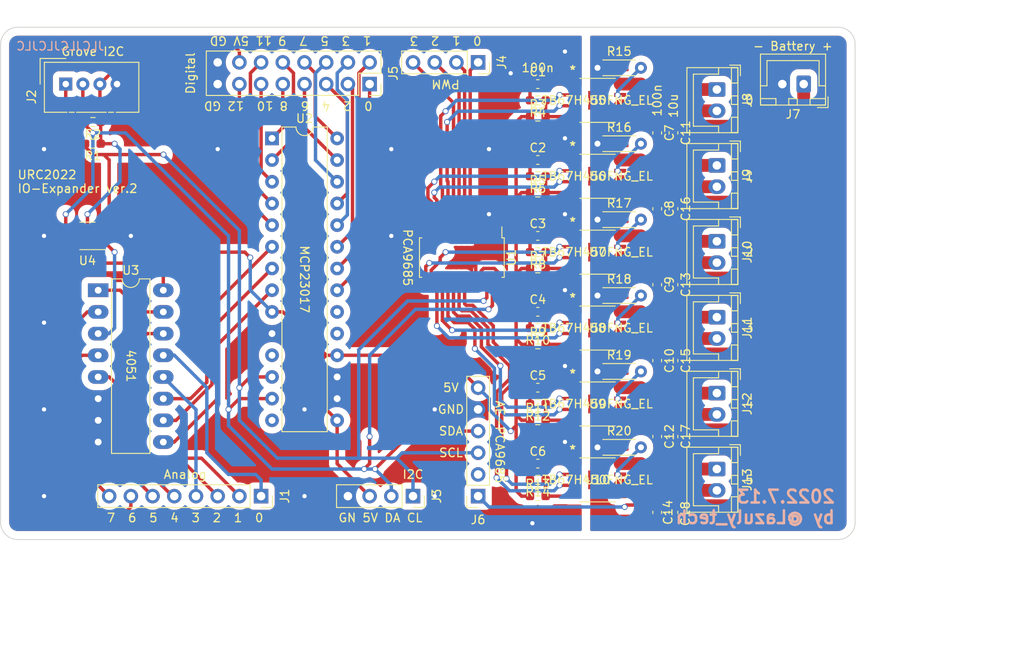
<source format=kicad_pcb>
(kicad_pcb (version 20211014) (generator pcbnew)
  (layers (0 "F.Cu" signal) (31 "B.Cu" signal) (34 "B.Paste" user) (35 "F.Paste" user) (36 "B.SilkS" user "B.Silkscreen") (37 "F.SilkS" user "F.Silkscreen") (38 "B.Mask" user) (39 "F.Mask" user) (44 "Edge.Cuts" user))
  (net 0 "")
  (net 1 "+5V")
  (net 2 "GND")
  (net 3 "+BATT")
  (net 4 "GND1")
  (net 5 "/SCL")
  (net 6 "/SDA")
  (net 7 "Net-(C1-Pad1)")
  (net 8 "Net-(C2-Pad1)")
  (net 9 "Net-(C3-Pad1)")
  (net 10 "Net-(C4-Pad1)")
  (net 11 "Net-(C5-Pad1)")
  (net 12 "Net-(C6-Pad1)")
  (net 13 "Net-(J1-Pad1)")
  (net 14 "Net-(J1-Pad2)")
  (net 15 "Net-(J1-Pad3)")
  (net 16 "Net-(J1-Pad4)")
  (net 17 "Net-(J1-Pad5)")
  (net 18 "Net-(J1-Pad6)")
  (net 19 "Net-(J1-Pad7)")
  (net 20 "Net-(J1-Pad8)")
  (net 21 "/DIO0")
  (net 22 "/DIO1")
  (net 23 "/DIO2")
  (net 24 "/DIO3")
  (net 25 "/DIO4")
  (net 26 "/DIO5")
  (net 27 "/DIO6")
  (net 28 "/DIO7")
  (net 29 "/DIO8")
  (net 30 "/DIO9")
  (net 31 "/DIO10")
  (net 32 "/DIO11")
  (net 33 "/DIO12")
  (net 34 "Net-(U1-Pad6)")
  (net 35 "Net-(U1-Pad7)")
  (net 36 "Net-(U1-Pad8)")
  (net 37 "Net-(U1-Pad9)")
  (net 39 "Net-(J8-Pad1)")
  (net 40 "/PWMA_1")
  (net 41 "/PWMB_1")
  (net 42 "/PWMA_2")
  (net 43 "/PWMB_2")
  (net 44 "/PWMA_3")
  (net 45 "/PWMB_3")
  (net 46 "Net-(U3-Pad3)")
  (net 47 "/4051_C")
  (net 48 "/4051_B")
  (net 49 "/4051_A")
  (net 50 "Net-(J8-Pad2)")
  (net 51 "Net-(J11-Pad1)")
  (net 52 "Net-(J11-Pad2)")
  (net 53 "Net-(R3-Pad2)")
  (net 54 "Net-(R5-Pad2)")
  (net 55 "Net-(R7-Pad2)")
  (net 56 "Net-(R10-Pad1)")
  (net 57 "Net-(R11-Pad2)")
  (net 58 "Net-(R13-Pad2)")
  (net 59 "Net-(R17-Pad2)")
  (net 60 "Net-(R18-Pad2)")
  (net 61 "Net-(R19-Pad2)")
  (net 62 "Net-(R20-Pad2)")
  (net 63 "/PWMA_4")
  (net 64 "/PWMB_4")
  (net 65 "/PWMA_5")
  (net 66 "/PWMB_5")
  (net 67 "/PWMA_6")
  (net 68 "/PWMB_6")
  (net 72 "Net-(J9-Pad1)")
  (net 73 "Net-(J9-Pad2)")
  (net 74 "Net-(J10-Pad1)")
  (net 75 "Net-(J10-Pad2)")
  (net 76 "Net-(J12-Pad1)")
  (net 77 "Net-(J12-Pad2)")
  (net 78 "Net-(J13-Pad1)")
  (net 79 "Net-(J13-Pad2)")
  (net 81 "Net-(R15-Pad2)")
  (net 82 "Net-(R16-Pad2)")
  (footprint "Resistor_SMD:R_0603_1608Metric_Pad0.98x0.95mm_HandSolder" (layer "F.Cu") (at 189.865 93.345 180)
    (fp_text reference "R8")
    (fp_text value "225")
  )
  (footprint "TB67H450FNG:TB67H450FNG" (layer "F.Cu") (at 196.85 93.345)
    (fp_text reference "U7")
    (fp_text value "TB67H450FNG_EL")
  )
  (footprint "Resistor_SMD:R_0603_1608Metric_Pad0.98x0.95mm_HandSolder" (layer "F.Cu") (at 137.795 80.645 180)
    (fp_text reference "R1")
    (fp_text value "10k")
  )
  (footprint "Package_DIP:DIP-16_W7.62mm_LongPads" (layer "F.Cu") (at 138.415 97.805)
    (fp_text reference "U3")
    (fp_text value "4051")
  )
  (footprint "Capacitor_SMD:C_0603_1608Metric_Pad1.08x0.95mm_HandSolder" (layer "F.Cu") (at 203.835 114.935 -90)
    (fp_text reference "C12")
    (fp_text value "0.1u")
  )
  (footprint "TB67H450FNG:TB67H450FNG" (layer "F.Cu") (at 196.85 111.125)
    (fp_text reference "U9")
    (fp_text value "TB67H450FNG_EL")
  )
  (footprint "Connector_JST:JST_XH_B2B-XH-A_1x02_P2.50mm_Vertical" (layer "F.Cu") (at 220.98 73.66 180)
    (fp_text reference "J7")
    (fp_text value "Conn_01x02")
  )
  (footprint "Resistor_SMD:R_0603_1608Metric_Pad0.98x0.95mm_HandSolder" (layer "F.Cu") (at 189.865 113.03)
    (fp_text reference "R11")
    (fp_text value "150")
  )
  (footprint "TB67H450FNG:TB67H450FNG" (layer "F.Cu") (at 196.85 120.015)
    (fp_text reference "U10")
    (fp_text value "TB67H450FNG_EL")
  )
  (footprint "Connector_JST:JST_XH_B2B-XH-A_1x02_P2.50mm_Vertical" (layer "F.Cu") (at 210.82 92.075 -90)
    (fp_text reference "J10")
    (fp_text value "Conn_01x02")
  )
  (footprint "Resistor_THT:R_Axial_DIN0204_L3.6mm_D1.6mm_P5.08mm_Horizontal" (layer "F.Cu") (at 196.85 80.645)
    (fp_text reference "R16")
    (fp_text value "0.51")
  )
  (footprint "Resistor_THT:R_Axial_DIN0204_L3.6mm_D1.6mm_P5.08mm_Horizontal" (layer "F.Cu") (at 196.85 71.755)
    (fp_text reference "R15")
    (fp_text value "0.51")
  )
  (footprint "Capacitor_SMD:C_0603_1608Metric_Pad1.08x0.95mm_HandSolder" (layer "F.Cu") (at 203.835 79.375 -90)
    (fp_text reference "C7")
    (fp_text value "0.1u")
  )
  (footprint "Resistor_SMD:R_0603_1608Metric_Pad0.98x0.95mm_HandSolder" (layer "F.Cu") (at 189.865 102.235 180)
    (fp_text reference "R10")
    (fp_text value "225")
  )
  (footprint "Capacitor_SMD:C_0603_1608Metric_Pad1.08x0.95mm_HandSolder" (layer "F.Cu") (at 203.835 123.825 -90)
    (fp_text reference "C14")
    (fp_text value "0.1u")
  )
  (footprint "Connector_PinSocket_2.54mm:PinSocket_1x04_P2.54mm_Vertical" (layer "F.Cu") (at 182.88 71.12 -90)
    (fp_text reference "J4")
    (fp_text value "Conn_01x04")
  )
  (footprint "TB67H450FNG:TB67H450FNG" (layer "F.Cu") (at 196.85 75.565)
    (fp_text reference "U5")
    (fp_text value "TB67H450FNG_EL")
  )
  (footprint "Resistor_THT:R_Axial_DIN0204_L3.6mm_D1.6mm_P5.08mm_Horizontal" (layer "F.Cu") (at 196.85 98.425)
    (fp_text reference "R18")
    (fp_text value "0.51")
  )
  (footprint "Resistor_SMD:R_0603_1608Metric_Pad0.98x0.95mm_HandSolder" (layer "F.Cu") (at 189.865 104.14)
    (fp_text reference "R9")
    (fp_text value "150")
  )
  (footprint "Connector_PinSocket_2.54mm:PinSocket_2x08_P2.54mm_Vertical" (layer "F.Cu") (at 170.18 73.66 -90)
    (fp_text reference "J5")
    (fp_text value "Conn_02x08_Odd_Even")
  )
  (footprint "Capacitor_SMD:C_0603_1608Metric_Pad1.08x0.95mm_HandSolder" (layer "F.Cu") (at 205.74 79.375 -90)
    (fp_text reference "C11")
    (fp_text value "10u")
  )
  (footprint "Connector_PinSocket_2.54mm:PinSocket_1x06_P2.54mm_Vertical" (layer "F.Cu") (at 182.88 121.92 180)
    (fp_text reference "J6")
    (fp_text value "AE-PCA")
  )
  (footprint "Resistor_SMD:R_0603_1608Metric_Pad0.98x0.95mm_HandSolder" (layer "F.Cu") (at 189.865 120.015 180)
    (fp_text reference "R14")
    (fp_text value "225")
  )
  (footprint "Resistor_SMD:R_0603_1608Metric_Pad0.98x0.95mm_HandSolder" (layer "F.Cu") (at 189.865 121.92)
    (fp_text reference "R13")
    (fp_text value "150")
  )
  (footprint "Capacitor_SMD:C_0603_1608Metric_Pad1.08x0.95mm_HandSolder" (layer "F.Cu") (at 189.865 73.66)
    (fp_text reference "C1")
    (fp_text value "0.1u")
  )
  (footprint "Resistor_THT:R_Axial_DIN0204_L3.6mm_D1.6mm_P5.08mm_Horizontal" (layer "F.Cu") (at 196.85 116.205)
    (fp_text reference "R20")
    (fp_text value "0.51")
  )
  (footprint "Package_SO:TSSOP-28_4.4x9.7mm_P0.65mm" (layer "F.Cu") (at 180.975 93.98 -90)
    (fp_text reference "U1")
    (fp_text value "PCA9685PW_0x40")
  )
  (footprint "Connector_JST:JST_XH_B2B-XH-A_1x02_P2.50mm_Vertical" (layer "F.Cu") (at 210.82 83.185 -90)
    (fp_text reference "J9")
    (fp_text value "Conn_01x02")
  )
  (footprint "Capacitor_SMD:C_0603_1608Metric_Pad1.08x0.95mm_HandSolder" (layer "F.Cu") (at 189.865 109.22)
    (fp_text reference "C5")
    (fp_text value "0.1u")
  )
  (footprint "Capacitor_SMD:C_0603_1608Metric_Pad1.08x0.95mm_HandSolder" (layer "F.Cu") (at 189.865 100.33)
    (fp_text reference "C4")
    (fp_text value "0.1u")
  )
  (footprint "Capacitor_SMD:C_0603_1608Metric_Pad1.08x0.95mm_HandSolder" (layer "F.Cu") (at 189.865 91.44)
    (fp_text reference "C3")
    (fp_text value "0.1u")
  )
  (footprint "TB67H450FNG:TB67H450FNG" (layer "F.Cu") (at 196.85 84.455)
    (fp_text reference "U6")
    (fp_text value "TB67H450FNG_EL")
  )
  (footprint "Resistor_SMD:R_0603_1608Metric_Pad0.98x0.95mm_HandSolder" (layer "F.Cu") (at 189.865 77.47)
    (fp_text reference "R3")
    (fp_text value "150")
  )
  (footprint "Resistor_THT:R_Axial_DIN0204_L3.6mm_D1.6mm_P5.08mm_Horizontal" (layer "F.Cu") (at 196.85 89.535)
    (fp_text reference "R17")
    (fp_text value "0.51")
  )
  (footprint "Resistor_THT:R_Axial_DIN0204_L3.6mm_D1.6mm_P5.08mm_Horizontal" (layer "F.Cu") (at 196.85 107.315)
    (fp_text reference "R19")
    (fp_text value "0.51")
  )
  (footprint "TB67H450FNG:TB67H450FNG" (layer "F.Cu") (at 196.85 102.235)
    (fp_text reference "U8")
    (fp_text value "TB67H450FNG_EL")
  )
  (footprint "Capacitor_SMD:C_0603_1608Metric_Pad1.08x0.95mm_HandSolder" (layer "F.Cu") (at 205.74 88.265 -90)
    (fp_text reference "C16")
    (fp_text value "10u")
  )
  (footprint "Connector_JST:JST_XH_B2B-XH-A_1x02_P2.50mm_Vertical" (layer "F.Cu") (at 210.82 74.295 -90)
    (fp_text reference "J8")
    (fp_text value "Conn_01x02")
  )
  (footprint "Package_DIP:DIP-28_W7.62mm" (layer "F.Cu") (at 158.76 80.02)
    (fp_text reference "U2")
    (fp_text value "MCP23017_0x21")
  )
  (footprint "Connector_JST:JST_XH_B2B-XH-A_1x02_P2.50mm_Vertical" (layer "F.Cu") (at 210.82 100.965 -90)
    (fp_text reference "J11")
    (fp_text value "Conn_01x02")
  )
  (footprint "Connector_JST:JST_XH_B2B-XH-A_1x02_P2.50mm_Vertical" (layer "F.Cu") (at 210.82 109.855 -90)
    (fp_text reference "J12")
    (fp_text value "Conn_01x02")
  )
  (footprint "Resistor_SMD:R_0603_1608Metric_Pad0.98x0.95mm_HandSolder" (layer "F.Cu") (at 189.865 75.565 180)
    (fp_text reference "R4")
    (fp_text value "225")
  )
  (footprint "Capacitor_SMD:C_0603_1608Metric_Pad1.08x0.95mm_HandSolder" (layer "F.Cu") (at 189.865 82.55)
    (fp_text reference "C2")
    (fp_text value "0.1u")
  )
  (footprint "Package_TO_SOT_SMD:SOT-23-6_Handsoldering" (layer "F.Cu") (at 137.16 91.44 180)
    (fp_text reference "U4")
    (fp_text value "MCP3425A0T-ECH")
  )
  (footprint "Capacitor_SMD:C_0603_1608Metric_Pad1.08x0.95mm_HandSolder" (layer "F.Cu") (at 205.74 106.045 -90)
    (fp_text reference "C15")
    (fp_text value "10u")
  )
  (footprint "Connector_PinSocket_2.54mm:PinSocket_1x04_P2.54mm_Vertical" (layer "F.Cu") (at 175.26 121.92 -90)
    (fp_text reference "J3")
    (fp_text value "Conn_01x04")
  )
  (footprint "Capacitor_SMD:C_0603_1608Metric_Pad1.08x0.95mm_HandSolder" (layer "F.Cu") (at 203.835 97.155 -90)
    (fp_text reference "C9")
    (fp_text value "0.1u")
  )
  (footprint "Capacitor_SMD:C_0603_1608Metric_Pad1.08x0.95mm_HandSolder" (layer "F.Cu") (at 203.835 88.265 -90)
    (fp_text reference "C8")
    (fp_text value "0.1u")
  )
  (footprint "Connector_JST:JST_XH_B2B-XH-A_1x02_P2.50mm_Vertical" (layer "F.Cu") (at 210.82 118.745 -90)
    (fp_text reference "J13")
    (fp_text value "Conn_01x02")
  )
  (footprint "Connector:NS-Tech_Grove_1x04_P2mm_Vertical" (layer "F.Cu") (at 134.62 73.66 90)
    (fp_text reference "J2")
    (fp_text value "Conn_01x04")
  )
  (footprint "Capacitor_SMD:C_0603_1608Metric_Pad1.08x0.95mm_HandSolder" (layer "F.Cu") (at 203.835 106.045 -90)
    (fp_text reference "C10")
    (fp_text value "0.1u")
  )
  (footprint "Resistor_SMD:R_0603_1608Metric_Pad0.98x0.95mm_HandSolder" (layer "F.Cu") (at 189.865 84.455 180)
    (fp_text reference "R6")
    (fp_text value "225")
  )
  (footprint "Resistor_SMD:R_0603_1608Metric_Pad0.98x0.95mm_HandSolder" (layer "F.Cu") (at 189.865 86.36)
    (fp_text reference "R5")
    (fp_text value "150")
  )
  (footprint "Capacitor_SMD:C_0603_1608Metric_Pad1.08x0.95mm_HandSolder" (layer "F.Cu") (at 205.74 97.155 -90)
    (fp_text reference "C13")
    (fp_text value "10u")
  )
  (footprint "Resistor_SMD:R_0603_1608Metric_Pad0.98x0.95mm_HandSolder" (layer "F.Cu") (at 137.795 78.105 180)
    (fp_text reference "R2")
    (fp_text value "10k")
  )
  (footprint "Connector_PinSocket_2.54mm:PinSocket_1x08_P2.54mm_Vertical" (layer "F.Cu") (at 157.48 121.92 -90)
    (fp_text reference "J1")
    (fp_text value "Analog_IN")
  )
  (footprint "Capacitor_SMD:C_0603_1608Metric_Pad1.08x0.95mm_HandSolder" (layer "F.Cu") (at 189.865 118.11)
    (fp_text reference "C6")
    (fp_text value "0.1u")
  )
  (footprint "Capacitor_SMD:C_0603_1608Metric_Pad1.08x0.95mm_HandSolder" (layer "F.Cu") (at 205.74 114.935 -90)
    (fp_text reference "C17")
    (fp_text value "10u")
  )
  (footprint "Resistor_SMD:R_0603_1608Metric_Pad0.98x0.95mm_HandSolder" (layer "F.Cu") (at 189.865 111.125 180)
    (fp_text reference "R12")
    (fp_text value "225")
  )
  (footprint "Resistor_SMD:R_0603_1608Metric_Pad0.98x0.95mm_HandSolder" (layer "F.Cu") (at 189.865 95.25)
    (fp_text reference "R7")
    (fp_text value "150")
  )
  (footprint "Capacitor_SMD:C_0603_1608Metric_Pad1.08x0.95mm_HandSolder" (layer "F.Cu") (at 205.74 123.825 -90)
    (fp_text reference "C18")
    (fp_text value "10u")
  )
  (gr_arc (start 227 125) (mid 226.414214 126.414214) (end 225 127) (layer "Edge.Cuts") (width 0.1))
  (gr_line (start 227 125) (end 227 69) (layer "Edge.Cuts") (width 0.1))
  (gr_arc (start 225 67) (mid 226.414214 67.585786) (end 227 69) (layer "Edge.Cuts") (width 0.1))
  (gr_line (start 127 69) (end 127 125) (layer "Edge.Cuts") (width 0.1))
  (gr_arc (start 127 69) (mid 127.585786 67.585786) (end 129 67) (layer "Edge.Cuts") (width 0.1))
  (gr_line (start 225 67) (end 129 67) (layer "Edge.Cuts") (width 0.1))
  (gr_arc (start 129 127) (mid 127.585786 126.414214) (end 127 125) (layer "Edge.Cuts") (width 0.1))
  (gr_line (start 129 127) (end 225 127) (layer "Edge.Cuts") (width 0.1))
  (gr_text "JLCJLCJLCJLC" (at 133.985 69.215) (layer "B.SilkS") (effects (font (size 1 1)) (justify mirror)))
  (gr_text "2022.7.13\nby @Lazuly_tech" (at 224.79 123.19) (layer "B.SilkS") (effects (font (size 1.5 1.5) (thickness 0.3)) (justify left mirror)))
  (gr_text "URC2022\nIO-Expander ver.2" (at 128.905 85.09) (layer "F.SilkS") (effects (font (size 1 1)) (justify left)))
  (gr_text "5" (at 214.63 120.015) (layer "F.SilkS") (effects (font (size 1 1))))
  (gr_text "AE-PCA9685" (at 185.42 115.57 270) (layer "F.SilkS") (effects (font (size 1 1))))
  (gr_text "PWM" (at 179.07 73.66 180) (layer "F.SilkS") (effects (font (size 1 1))))
  (gr_text "Grove I2C" (at 137.795 69.85) (layer "F.SilkS") (effects (font (size 1 1))))
  (gr_text "7  6  5  4  3  2  1  0" (at 148.59 124.46) (layer "F.SilkS") (effects (font (size 1 1))))
  (gr_text "GN 5V DA CL" (at 171.45 124.46) (layer "F.SilkS") (effects (font (size 1 1))))
  (gr_text "Analog" (at 148.59 119.38) (layer "F.SilkS") (effects (font (size 1 1))))
  (gr_text "100n" (at 203.835 75.565 90) (layer "F.SilkS") (effects (font (size 1 1))))
  (gr_text "4" (at 214.63 111.125) (layer "F.SilkS") (effects (font (size 1 1))))
  (gr_text "10u" (at 205.74 76.2 90) (layer "F.SilkS") (effects (font (size 1 1))))
  (gr_text "PCA9685" (at 174.625 93.98 270) (layer "F.SilkS") (effects (font (size 1 1))))
  (gr_text "Digital" (at 149.225 72.39 90) (layer "F.SilkS") (effects (font (size 1 1))))
  (gr_text "100n" (at 189.865 71.755) (layer "F.SilkS") (effects (font (size 1 1))))
  (gr_text "0  1  2  3" (at 179.07 68.58 180) (layer "F.SilkS") (effects (font (size 1 1))))
  (gr_text "2" (at 214.63 93.345) (layer "F.SilkS") (effects (font (size 1 1))))
  (gr_text "- Battery +" (at 219.71 69.215) (layer "F.SilkS") (effects (font (size 1 1))))
  (gr_text "0  2  4  6  8 10  12 GD" (at 160.655 76.2 180) (layer "F.SilkS") (effects (font (size 1 1))))
  (gr_text "SDA" (at 179.705 114.3) (layer "F.SilkS") (effects (font (size 1 1))))
  (gr_text "4051" (at 142.24 106.68 270) (layer "F.SilkS") (effects (font (size 1 1))))
  (gr_text "SCL" (at 179.705 116.84) (layer "F.SilkS") (effects (font (size 1 1))))
  (gr_text "5V" (at 179.705 109.22) (layer "F.SilkS") (effects (font (size 1 1))))
  (gr_text " 1  3  5  7  9 11 5V GD" (at 161.29 68.58 180) (layer "F.SilkS") (effects (font (size 1 1))))
  (gr_text "I2C" (at 175.26 119.38) (layer "F.SilkS") (effects (font (size 1 1))))
  (gr_text "MCP23017" (at 162.56 96.52 270) (layer "F.SilkS") (effects (font (size 1 1))))
  (gr_text "GND" (at 179.705 111.76) (layer "F.SilkS") (effects (font (size 1 1))))
  (gr_text "0" (at 214.63 75.565) (layer "F.SilkS") (effects (font (size 1 1))))
  (gr_text "1" (at 214.63 84.455) (layer "F.SilkS") (effects (font (size 1 1))))
  (gr_text "3" (at 214.63 102.235) (layer "F.SilkS") (effects (font (size 1 1))))
  (segment (start 187.96 95.25) (end 187.325 95.885) (width 0.4) (layer "F.Cu") (net 1))
  (segment (start 188.9525 121.92) (end 187.96 121.92) (width 0.4) (layer "F.Cu") (net 1))
  (segment (start 154.94 69.85) (end 154.94 71.12) (width 0.4) (layer "F.Cu") (net 1))
  (segment (start 183.25 96.8425) (end 183.25 95.515) (width 0.4) (layer "F.Cu") (net 1))
  (segment (start 158.76 100.34) (end 160.03 100.34) (width 0.4) (layer "F.Cu") (net 1))
  (segment (start 138.7075 80.645) (end 140.335 80.645) (width 0.4) (layer "F.Cu") (net 1))
  (segment (start 187.96 113.03) (end 187.325 112.395) (width 0.4) (layer "F.Cu") (net 1))
  (segment (start 143.065 69.215) (end 154.305 69.215) (width 0.4) (layer "F.Cu") (net 1))
  (segment (start 187.325 103.505) (end 187.325 96.52) (width 0.4) (layer "F.Cu") (net 1))
  (segment (start 188.9525 104.14) (end 187.96 104.14) (width 0.4) (layer "F.Cu") (net 1))
  (segment (start 187.325 95.885) (end 187.325 86.995) (width 0.4) (layer "F.Cu") (net 1))
  (segment (start 187.325 112.395) (end 187.325 109.22) (width 0.4) (layer "F.Cu") (net 1))
  (segment (start 187.325 96.52) (end 187.325 95.885) (width 0.4) (layer "F.Cu") (net 1))
  (segment (start 187.325 121.285) (end 187.325 113.665) (width 0.4) (layer "F.Cu") (net 1))
  (segment (start 170.18 121.92) (end 166.38 118.12) (width 0.4) (layer "F.Cu") (net 1))
  (segment (start 188.9525 113.03) (end 187.96 113.03) (width 0.4) (layer "F.Cu") (net 1))
  (segment (start 185.2 95.665) (end 185.2 96.8425) (width 0.4) (layer "F.Cu") (net 1))
  (segment (start 146.035 94.63) (end 138.445 94.63) (width 0.4) (layer "F.Cu") (net 1))
  (segment (start 138.445 94.63) (end 136.989511 93.174511) (width 0.4) (layer "F.Cu") (net 1))
  (segment (start 186.69 114.3) (end 187.325 113.665) (width 0.4) (layer "F.Cu") (net 1))
  (segment (start 187.325 78.105) (end 187.96 77.47) (width 0.4) (layer "F.Cu") (net 1))
  (segment (start 187.96 104.14) (end 187.325 103.505) (width 0.4) (layer "F.Cu") (net 1))
  (segment (start 188.9525 86.36) (end 187.96 86.36) (width 0.4) (layer "F.Cu") (net 1))
  (segment (start 138.62 73.66) (end 143.065 69.215) (width 0.4) (layer "F.Cu") (net 1))
  (segment (start 187.325 109.22) (end 187.76204 108.78296) (width 0.4) (layer "F.Cu") (net 1))
  (segment (start 187.96 121.92) (end 187.325 121.285) (width 0.4) (layer "F.Cu") (net 1))
  (segment (start 188.9525 95.25) (end 187.96 95.25) (width 0.4) (layer "F.Cu") (net 1))
  (segment (start 155.575 93.345) (end 147.32 93.345) (width 0.4) (layer "F.Cu") (net 1))
  (segment (start 187.325 86.995) (end 187.325 78.105) (width 0.4) (layer "F.Cu") (net 1))
  (segment (start 156.21 93.98) (end 155.575 93.345) (width 0.4) (layer "F.Cu") (net 1))
  (segment (start 147.32 93.345) (end 146.035 94.63) (width 0.4) (layer "F.Cu") (net 1))
  (segment (start 137.16 88.9) (end 137.16 91.495) (width 0.4) (layer "F.Cu") (net 1))
  (segment (start 146.035 94.63) (end 146.035 97.805) (width 0.4) (layer "F.Cu") (net 1))
  (segment (start 187.96 86.36) (end 187.325 86.995) (width 0.4) (layer "F.Cu") (net 1))
  (segment (start 183.515 95.25) (end 184.785 95.25) (width 0.4) (layer "F.Cu") (net 1))
  (segment (start 187.325 113.665) (end 187.325 112.395) (width 0.4) (layer "F.Cu") (net 1))
  (segment (start 187.96 77.47) (end 188.9525 77.47) (width 0.4) (layer "F.Cu") (net 1))
  (segment (start 187.325 105.41) (end 187.325 103.505) (width 0.4) (layer "F.Cu") (net 1))
  (segment (start 154.305 69.215) (end 154.94 69.85) (width 0.4) (layer "F.Cu") (net 1))
  (segment (start 166.38 118.12) (end 166.38 113.04) (width 0.4) (layer "F.Cu") (net 1))
  (segment (start 179.08 105.42) (end 182.88 109.22) (width 0.4) (layer "F.Cu") (net 1))
  (segment (start 136.764022 91.44) (end 135.81 91.44) (width 0.4) (layer "F.Cu") (net 1))
  (segment (start 137.16 91.495) (end 136.989511 91.665489) (width 0.4) (layer "F.Cu") (net 1))
  (segment (start 138.7075 78.105) (end 138.7075 80.645) (width 0.4) (layer "F.Cu") (net 1))
  (segment (start 165.11 105.42) (end 164.465 106.065) (width 0.4) (layer "F.Cu") (net 1))
  (segment (start 138.62 73.66) (end 138.62 78.0175) (width 0.4) (layer "F.Cu") (net 1))
  (segment (start 185.2 96.8425) (end 187.0025 96.8425) (width 0.4) (layer "F.Cu") (net 1))
  (segment (start 164.465 111.125) (end 166.38 113.04) (width 0.4) (layer "F.Cu") (net 1))
  (segment (start 138.62 78.0175) (end 138.7075 78.105) (width 0.4) (layer "F.Cu") (net 1))
  (segment (start 166.38 105.42) (end 179.08 105.42) (width 0.4) (layer "F.Cu") (net 1))
  (segment (start 160.03 100.34) (end 165.11 105.42) (width 0.4) (layer "F.Cu") (net 1))
  (segment (start 187.76204 108.78296) (end 187.76204 105.84704) (width 0.4) (layer "F.Cu") (net 1))
  (segment (start 164.465 106.065) (end 164.465 111.125) (width 0.4) (layer "F.Cu") (net 1))
  (segment (start 184.785 95.25) (end 185.2 95.665) (width 0.4) (layer "F.Cu") (net 1))
  (segment (start 136.989511 91.665489) (end 136.764022 91.44) (width 0.4) (layer "F.Cu") (net 1))
  (segment (start 187.0025 96.8425) (end 187.325 96.52) (width 0.4) (layer "F.Cu") (net 1))
  (segment (start 136.989511 93.174511) (end 136.989511 91.665489) (width 0.4) (layer "F.Cu") (net 1))
  (segment (start 183.25 95.515) (end 183.515 95.25) (width 0.4) (layer "F.Cu") (net 1))
  (segment (start 187.76204 105.84704) (end 187.325 105.41) (width 0.4) (layer "F.Cu") (net 1))
  (segment (start 165.11 105.42) (end 166.38 105.42) (width 0.4) (layer "F.Cu") (net 1))
  (via (at 140.335 80.645) (size 0.7) (drill 0.5) (layers "F.Cu" "B.Cu") (net 1))
  (via (at 186.69 114.3) (size 0.7) (drill 0.5) (layers "F.Cu" "B.Cu") (net 1))
  (via (at 137.16 88.9) (size 0.7) (drill 0.5) (layers "F.Cu" "B.Cu") (net 1))
  (via (at 156.21 93.98) (size 0.7) (drill 0.5) (layers "F.Cu" "B.Cu") (net 1))
  (segment (start 182.88 109.22) (end 184.18548 110.52548) (width 0.4) (layer "B.Cu") (net 1))
  (segment (start 140.335 80.645) (end 140.97 81.28) (width 0.4) (layer "B.Cu") (net 1))
  (segment (start 184.18548 110.52548) (end 184.18548 111.79548) (width 0.4) (layer "B.Cu") (net 1))
  (segment (start 184.18548 111.79548) (end 186.69 114.3) (width 0.4) (layer "B.Cu") (net 1))
  (segment (start 140.97 81.28) (end 140.97 85.09) (width 0.4) (layer "B.Cu") (net 1))
  (segment (start 140.97 85.09) (end 137.16 88.9) (width 0.4) (layer "B.Cu") (net 1))
  (segment (start 158.76 100.34) (end 156.21 97.79) (width 0.4) (layer "B.Cu") (net 1))
  (segment (start 156.21 97.79) (end 156.21 93.98) (width 0.4) (layer "B.Cu") (net 1))
  (segment (start 181.95 96.8425) (end 182.6 96.8425) (width 0.4) (layer "F.Cu") (net 2))
  (segment (start 182.6 96.8425) (end 182.6 91.1175) (width 0.4) (layer "F.Cu") (net 2))
  (segment (start 138.51 91.44) (end 142.24 91.44) (width 0.4) (layer "F.Cu") (net 2))
  (segment (start 176.75 91.1175) (end 176.75 90.39) (width 0.4) (layer "F.Cu") (net 2))
  (segment (start 194.197201 109.22) (end 190.7275 109.22) (width 0.4) (layer "F.Cu") (net 2))
  (segment (start 176.53 90.17) (end 173.99 90.17) (width 0.4) (layer "F.Cu") (net 2))
  (segment (start 135.81 92.39) (end 133.03 92.39) (width 0.4) (layer "F.Cu") (net 2))
  (segment (start 176.75 90.39) (end 176.53 90.17) (width 0.4) (layer "F.Cu") (net 2))
  (segment (start 133.03 92.39) (end 132.08 91.44) (width 0.4) (layer "F.Cu") (net 2))
  (segment (start 194.197201 73.66) (end 190.7275 73.66) (width 0.4) (layer "F.Cu") (net 2))
  (segment (start 173.99 90.17) (end 172.72 91.44) (width 0.4) (layer "F.Cu") (net 2))
  (segment (start 194.197201 100.33) (end 190.7275 100.33) (width 0.4) (layer "F.Cu") (net 2))
  (segment (start 194.197201 118.11) (end 190.7275 118.11) (width 0.4) (layer "F.Cu") (net 2))
  (segment (start 194.197201 91.44) (end 190.7275 91.44) (width 0.4) (layer "F.Cu") (net 2))
  (segment (start 183.25 91.1175) (end 182.6 91.1175) (width 0.4) (layer "F.Cu") (net 2))
  (segment (start 194.197201 82.55) (end 190.7275 82.55) (width 0.4) (layer "F.Cu") (net 2))
  (via (at 186.69 72.39) (size 0.7) (drill 0.5) (layers "F.Cu" "B.Cu") (net 2))
  (via (at 152.4 81.28) (size 0.7) (drill 0.5) (layers "F.Cu" "B.Cu") (net 2))
  (via (at 132.08 81.28) (size 0.7) (drill 0.5) (layers "F.Cu" "B.Cu") (net 2))
  (via (at 177.8 121.92) (size 0.7) (drill 0.5) (layers "F.Cu" "B.Cu") (net 2))
  (via (at 132.08 121.92) (size 0.7) (drill 0.5) (layers "F.Cu" "B.Cu") (net 2))
  (via (at 132.08 101.6) (size 0.7) (drill 0.5) (layers "F.Cu" "B.Cu") (net 2))
  (via (at 193.04 80.01) (size 0.7) (drill 0.5) (layers "F.Cu" "B.Cu") (net 2))
  (via (at 193.04 115.57) (size 0.7) (drill 0.5) (layers "F.Cu" "B.Cu") (net 2))
  (via (at 193.04 88.9) (size 0.7) (drill 0.5) (layers "F.Cu" "B.Cu") (net 2))
  (via (at 184.15 81.28) (size 0.7) (drill 0.5) (layers "F.Cu" "B.Cu") (net 2))
  (via (at 184.15 88.9) (size 0.7) (drill 0.5) (layers "F.Cu" "B.Cu") (net 2))
  (via (at 132.08 111.76) (size 0.7) (drill 0.5) (layers "F.Cu" "B.Cu") (net 2))
  (via (at 193.04 69.85) (size 0.7) (drill 0.5) (layers "F.Cu" "B.Cu") (net 2))
  (via (at 193.04 106.68) (size 0.7) (drill 0.5) (layers "F.Cu" "B.Cu") (net 2))
  (via (at 177.8 111.76) (size 0.7) (drill 0.5) (layers "F.Cu" "B.Cu") (net 2))
  (via (at 189.23 125.095) (size 0.7) (drill 0.5) (layers "F.Cu" "B.Cu") (net 2))
  (via (at 172.72 81.28) (size 0.7) (drill 0.5) (layers "F.Cu" "B.Cu") (net 2))
  (via (at 193.04 97.79) (size 0.7) (drill 0.5) (layers "F.Cu" "B.Cu") (net 2))
  (via (at 162.56 121.92) (size 0.7) (drill 0.5) (layers "F.Cu" "B.Cu") (net 2))
  (via (at 162.56 111.76) (size 0.7) (drill 0.5) (layers "F.Cu" "B.Cu") (net 2))
  (via (at 142.24 91.44) (size 0.7) (drill 0.5) (layers "F.Cu" "B.Cu") (net 2))
  (via (at 132.08 91.44) (size 0.7) (drill 0.5) (layers "F.Cu" "B.Cu") (net 2))
  (via (at 172.72 91.44) (size 0.7) (drill 0.5) (layers "F.Cu" "B.Cu") (net 2))
  (segment (start 219.22048 87.48452) (end 203.91702 87.48452) (width 1.5) (layer "F.Cu") (net 3))
  (segment (start 199.502799 95.25) (end 202.7925 95.25) (width 0.4) (layer "F.Cu") (net 3))
  (segment (start 219.22048 96.37452) (end 205.82202 96.37452) (width 1.5) (layer "F.Cu") (net 3))
  (segment (start 199.502799 113.03) (end 202.7925 113.03) (width 0.4) (layer "F.Cu") (net 3))
  (segment (start 205.74 87.4025) (end 219.3025 87.4025) (width 1.2) (layer "F.Cu") (net 3))
  (segment (start 203.835 96.2925) (end 205.74 96.2925) (width 1.2) (layer "F.Cu") (net 3))
  (segment (start 219.22048 78.59452) (end 203.91702 78.59452) (width 1.5) (layer "F.Cu") (net 3))
  (segment (start 220.98 121.285) (end 220.98 73.66) (width 1.5) (layer "F.Cu") (net 3))
  (segment (start 202.7925 113.03) (end 203.835 114.0725) (width 0.4) (layer "F.Cu") (net 3))
  (segment (start 200.2525 122.9625) (end 200.025 123.19) (width 0.4) (layer "F.Cu") (net 3))
  (segment (start 199.502799 77.47) (end 202.7925 77.47) (width 0.4) (layer "F.Cu") (net 3))
  (segment (start 202.7925 121.92) (end 203.835 122.9625) (width 0.4) (layer "F.Cu") (net 3))
  (segment (start 219.3025 87.4025) (end 220.98 85.725) (width 1.2) (layer "F.Cu") (net 3))
  (segment (start 219.22048 123.04452) (end 205.82202 123.04452) (width 1.5) (layer "F.Cu") (net 3))
  (segment (start 220.98 103.505) (end 219.22048 105.26452) (width 1.5) (layer "F.Cu") (net 3))
  (segment (start 203.835 105.1825) (end 205.74 105.1825) (width 1.2) (layer "F.Cu") (net 3))
  (segment (start 203.835 78.5125) (end 205.74 78.5125) (width 1.2) (layer "F.Cu") (net 3))
  (segment (start 220.98 76.835) (end 219.22048 78.59452) (width 1.5) (layer "F.Cu") (net 3))
  (segment (start 203.835 122.9625) (end 205.74 122.9625) (width 1.2) (layer "F.Cu") (net 3))
  (segment (start 203.91702 87.48452) (end 203.835 87.4025) (width 1.5) (layer "F.Cu") (net 3))
  (segment (start 205.82202 105.26452) (end 205.74 105.1825) (width 1.5) (layer "F.Cu") (net 3))
  (segment (start 220.98 112.395) (end 219.22048 114.15452) (width 1.5) (layer "F.Cu") (net 3))
  (segment (start 205.82202 96.37452) (end 205.74 96.2925) (width 1.5) (layer "F.Cu") (net 3))
  (segment (start 199.502799 86.36) (end 202.7925 86.36) (width 0.4) (layer "F.Cu") (net 3))
  (segment (start 199.502799 104.14) (end 202.7925 104.14) (width 0.4) (layer "F.Cu") (net 3))
  (segment (start 220.98 121.285) (end 219.22048 123.04452) (width 1.5) (layer "F.Cu") (net 3))
  (segment (start 203.835 114.0725) (end 205.74 114.0725) (width 1.2) (layer "F.Cu") (net 3))
  (segment (start 219.3025 78.5125) (end 220.98 76.835) (width 1.2) (layer "F.Cu") (net 3))
  (segment (start 199.502799 121.92) (end 202.7925 121.92) (width 0.4) (layer "F.Cu") (net 3))
  (segment (start 203.91702 78.59452) (end 203.835 78.5125) (width 1.5) (layer "F.Cu") (net 3))
  (segment (start 202.7925 86.36) (end 203.835 87.4025) (width 0.4) (layer "F.Cu") (net 3))
  (segment (start 220.98 85.725) (end 219.22048 87.48452) (width 1.5) (layer "F.Cu") (net 3))
  (segment (start 220.98 94.615) (end 219.22048 96.37452) (width 1.5) (layer "F.Cu") (net 3))
  (segment (start 205.82202 114.15452) (end 205.74 114.0725) (width 1.5) (layer "F.Cu") (net 3))
  (segment (start 202.7925 77.47) (end 203.835 78.5125) (width 0.4) (layer "F.Cu") (net 3))
  (segment (start 203.835 122.9625) (end 200.2525 122.9625) (width 0.4) (layer "F.Cu") (net 3))
  (segment (start 202.7925 95.25) (end 203.835 96.2925) (width 0.4) (layer "F.Cu") (net 3))
  (segment (start 205.74 78.5125) (end 219.3025 78.5125) (width 1.2) (layer "F.Cu") (net 3))
  (segment (start 203.835 87.4025) (end 205.74 87.4025) (width 1.2) (layer "F.Cu") (net 3))
  (segment (start 219.22048 105.26452) (end 205.82202 105.26452) (width 1.5) (layer "F.Cu") (net 3))
  (segment (start 202.7925 104.14) (end 203.835 105.1825) (width 0.4) (layer "F.Cu") (net 3))
  (segment (start 205.82202 123.04452) (end 205.74 122.9625) (width 1.5) (layer "F.Cu") (net 3))
  (segment (start 219.22048 114.15452) (end 205.82202 114.15452) (width 1.5) (layer "F.Cu") (net 3))
  (via (at 200.025 123.19) (size 0.7) (drill 0.5) (layers "F.Cu" "B.Cu") (net 3))
  (segment (start 184.15 123.19) (end 182.88 121.92) (width 0.4) (layer "B.Cu") (net 3))
  (segment (start 200.025 123.19) (end 184.15 123.19) (width 0.4) (layer "B.Cu") (net 3))
  (segment (start 202.3375 114.3) (end 198.12 114.3) (width 0.4) (layer "F.Cu") (net 4))
  (segment (start 205.74 124.6875) (end 203.835 124.6875) (width 1.2) (layer "F.Cu") (net 4))
  (segment (start 203.835 106.9075) (end 202.3375 105.41) (width 0.4) (layer "F.Cu") (net 4))
  (segment (start 202.3375 78.74) (end 198.12 78.74) (width 0.4) (layer "F.Cu") (net 4))
  (segment (start 203.835 98.0175) (end 202.3375 96.52) (width 0.4) (layer "F.Cu") (net 4))
  (segment (start 198.12 114.3) (end 196.85 115.57) (width 0.4) (layer "F.Cu") (net 4))
  (segment (start 203.835 80.2375) (end 202.3375 78.74) (width 0.4) (layer "F.Cu") (net 4))
  (segment (start 218.48 72.43) (end 218.48 73.66) (width 1.5) (layer "F.Cu") (net 4))
  (segment (start 198.3475 124.6875) (end 196.85 123.19) (width 1.2) (layer "F.Cu") (net 4))
  (segment (start 198.12 96.52) (end 196.85 97.79) (width 0.4) (layer "F.Cu") (net 4))
  (segment (start 196.85 115.57) (end 196.85 120.015) (width 1.5) (layer "F.Cu") (net 4))
  (segment (start 198.12 78.74) (end 196.85 80.01) (width 0.4) (layer "F.Cu") (net 4))
  (segment (start 203.835 89.1275) (end 202.3375 87.63) (width 0.4) (layer "F.Cu") (net 4))
  (segment (start 198.12 87.63) (end 196.85 88.9) (width 0.4) (layer "F.Cu") (net 4))
  (segment (start 202.3375 96.52) (end 198.12 96.52) (width 0.4) (layer "F.Cu") (net 4))
  (segment (start 198.12 105.41) (end 196.85 106.68) (width 0.4) (layer "F.Cu") (net 4))
  (segment (start 203.835 115.7975) (end 202.3375 114.3) (width 0.4) (layer "F.Cu") (net 4))
  (segment (start 196.85 71.755) (end 199.39 69.215) (width 1.5) (layer "F.Cu") (net 4))
  (segment (start 203.835 124.6875) (end 198.3475 124.6875) (width 1.2) (layer "F.Cu") (net 4))
  (segment (start 202.3375 105.41) (end 198.12 105.41) (width 0.4) (layer "F.Cu") (net 4))
  (segment (start 215.265 69.215) (end 218.48 72.43) (width 1.5) (layer "F.Cu") (net 4))
  (segment (start 202.3375 87.63) (end 198.12 87.63) (width 0.4) (layer "F.Cu") (net 4))
  (segment (start 199.39 69.215) (end 215.265 69.215) (width 1.5) (layer "F.Cu") (net 4))
  (segment (start 196.85 123.19) (end 196.85 120.015) (width 1.2) (layer "F.Cu") (net 4))
  (segment (start 196.85 71.755) (end 196.85 115.57) (width 1.5) (layer "F.Cu") (net 4))
  (segment (start 183.9 98.675) (end 183.515 99.06) (width 0.4) (layer "F.Cu") (net 5))
  (segment (start 183.9 96.8425) (end 183.9 98.675) (width 0.4) (layer "F.Cu") (net 5))
  (segment (start 156.2 107.96) (end 154.94 109.22) (width 0.4) (layer "F.Cu") (net 5))
  (segment (start 134.62 80.01) (end 135.255 80.645) (width 0.4) (layer "F.Cu") (net 5))
  (segment (start 134.62 73.66) (end 134.62 80.01) (width 0.4) (layer "F.Cu") (net 5))
  (segment (start 139.065 81.915) (end 137.795 81.915) (width 0.4) (layer "F.Cu") (net 5))
  (segment (start 139.7 90.17) (end 139.7 82.55) (width 0.4) (layer "F.Cu") (net 5))
  (segment (start 137.795 81.915) (end 136.8825 81.0025) (width 0.4) (layer "F.Cu") (net 5))
  (segment (start 158.76 107.96) (end 156.2 107.96) (width 0.4) (layer "F.Cu") (net 5))
  (segment (start 138.51 90.49) (end 139.38 90.49) (width 0.4) (layer "F.Cu") (net 5))
  (segment (start 136.8825 81.0025) (end 136.8825 80.645) (width 0.4) (layer "F.Cu") (net 5))
  (segment (start 135.255 80.645) (end 136.8825 80.645) (width 0.4) (layer "F.Cu") (net 5))
  (segment (start 139.38 90.49) (end 139.7 90.17) (width 0.4) (layer "F.Cu") (net 5))
  (segment (start 139.7 82.55) (end 139.065 81.915) (width 0.4) (layer "F.Cu") (net 5))
  (segment (start 146.05 81.915) (end 139.065 81.915) (width 0.4) (layer "F.Cu") (net 5))
  (via (at 146.05 81.915) (size 0.7) (drill 0.5) (layers "F.Cu" "B.Cu") (net 5))
  (via (at 183.515 99.06) (size 0.7) (drill 0.5) (layers "F.Cu" "B.Cu") (net 5))
  (via (at 154.94 109.22) (size 0.7) (drill 0.5) (layers "F.Cu" "B.Cu") (net 5))
  (segment (start 173.355 117.475) (end 168.91 117.475) (width 0.4) (layer "B.Cu") (net 5))
  (segment (start 175.26 121.92) (end 175.26 119.38) (width 0.4) (layer "B.Cu") (net 5))
  (segment (start 168.91 104.775) (end 168.91 117.475) (width 0.4) (layer "B.Cu") (net 5))
  (segment (start 173.99 116.84) (end 173.355 117.475) (width 0.4) (layer "B.Cu") (net 5))
  (segment (start 174.625 99.06) (end 168.91 104.775) (width 0.4) (layer "B.Cu") (net 5))
  (segment (start 154.94 113.03) (end 154.94 109.22) (width 0.4) (layer "B.Cu") (net 5))
  (segment (start 182.88 116.84) (end 173.99 116.84) (width 0.4) (layer "B.Cu") (net 5))
  (segment (start 154.94 90.805) (end 146.05 81.915) (width 0.4) (layer "B.Cu") (net 5))
  (segment (start 175.26 119.38) (end 173.355 117.475) (width 0.4) (layer "B.Cu") (net 5))
  (segment (start 168.91 117.475) (end 159.385 117.475) (width 0.4) (layer "B.Cu") (net 5))
  (segment (start 154.94 109.22) (end 154.94 90.805) (width 0.4) (layer "B.Cu") (net 5))
  (segment (start 159.385 117.475) (end 154.94 113.03) (width 0.4) (layer "B.Cu") (net 5))
  (segment (start 183.515 99.06) (end 174.625 99.06) (width 0.4) (layer "B.Cu") (net 5))
  (segment (start 184.55 99.595093) (end 184.10244 100.042653) (width 0.4) (layer "F.Cu") (net 6))
  (segment (start 136.62 77.8425) (end 136.8825 78.105) (width 0.4) (layer "F.Cu") (net 6))
  (segment (start 158.76 110.5) (end 154.93 110.5) (width 0.4) (layer "F.Cu") (net 6))
  (segment (start 175.26 114.3) (end 170.815 118.745) (width 0.4) (layer "F.Cu") (net 6))
  (segment (start 134.94 90.49) (end 135.81 90.49) (width 0.4) (layer "F.Cu") (net 6))
  (segment (start 136.8825 78.4625) (end 136.8825 78.105) (width 0.4) (layer "F.Cu") (net 6))
  (segment (start 136.62 73.66) (end 136.62 77.8425) (width 0.4) (layer "F.Cu") (net 6))
  (segment (start 170.18 118.11) (end 169.545 118.745) (width 0.4) (layer "F.Cu") (net 6))
  (segment (start 184.55 96.8425) (end 184.55 99.595093) (width 0.4) (layer "F.Cu") (net 6))
  (segment (start 134.62 88.9) (end 134.62 90.17) (width 0.4) (layer "F.Cu") (net 6))
  (segment (start 182.88 114.3) (end 175.26 114.3) (width 0.4) (layer "F.Cu") (net 6))
  (segment (start 154.93 110.5) (end 153.67 111.76) (width 0.4) (layer "F.Cu") (net 6))
  (segment (start 170.18 114.935) (end 170.18 118.11) (width 0.4) (layer "F.Cu") (net 6))
  (segment (start 134.62 90.17) (end 134.94 90.49) (width 0.4) (layer "F.Cu") (net 6))
  (segment (start 137.795 79.375) (end 136.8825 78.4625) (width 0.4) (layer "F.Cu") (net 6))
  (via (at 153.67 111.76) (size 0.7) (drill 0.5) (layers "F.Cu" "B.Cu") (net 6))
  (via (at 184.10244 100.042653) (size 0.7) (drill 0.5) (layers "F.Cu" "B.Cu") (net 6))
  (via (at 170.815 118.745) (size 0.7) (drill 0.5) (layers "F.Cu" "B.Cu") (net 6))
  (via (at 169.545 118.745) (size 0.7) (drill 0.5) (layers "F.Cu" "B.Cu") (net 6))
  (via (at 137.795 79.375) (size 0.7) (drill 0.5) (layers "F.Cu" "B.Cu") (net 6))
  (via (at 134.62 88.9) (size 0.7) (drill 0.5) (layers "F.Cu" "B.Cu") (net 6))
  (via (at 170.18 114.935) (size 0.7) (drill 0.5) (layers "F.Cu" "B.Cu") (net 6))
  (segment (start 137.795 85.725) (end 134.62 88.9) (width 0.4) (layer "B.Cu") (net 6))
  (segment (start 137.795 79.375) (end 137.795 85.725) (width 0.4) (layer "B.Cu") (net 6))
  (segment (start 158.75 118.745) (end 153.67 113.665) (width 0.4) (layer "B.Cu") (net 6))
  (segment (start 153.67 113.665) (end 153.67 111.76) (width 0.4) (layer "B.Cu") (net 6))
  (segment (start 153.67 91.44) (end 141.605 79.375) (width 0.4) (layer "B.Cu") (net 6))
  (segment (start 170.18 105.41) (end 170.18 114.935) (width 0.4) (layer "B.Cu") (net 6))
  (segment (start 184.10244 100.042653) (end 175.547347 100.042653) (width 0.4) (layer "B.Cu") (net 6))
  (segment (start 141.605 79.375) (end 137.795 79.375) (width 0.4) (layer "B.Cu") (net 6))
  (segment (start 159.385 118.745) (end 158.75 118.745) (width 0.4) (layer "B.Cu") (net 6))
  (segment (start 172.72 121.92) (end 172.72 120.65) (width 0.4) (layer "B.Cu") (net 6))
  (segment (start 169.545 118.745) (end 159.385 118.745) (width 0.4) (layer "B.Cu") (net 6))
  (segment (start 172.72 120.65) (end 170.815 118.745) (width 0.4) (layer "B.Cu") (net 6))
  (segment (start 153.67 111.76) (end 153.67 91.44) (width 0.4) (layer "B.Cu") (net 6))
  (segment (start 170.815 118.745) (end 169.545 118.745) (width 0.4) (layer "B.Cu") (net 6))
  (segment (start 175.547347 100.042653) (end 170.18 105.41) (width 0.4) (layer "B.Cu") (net 6))
  (segment (start 188.9525 75.565) (end 188.9525 73.71) (width 0.4) (layer "F.Cu") (net 7))
  (segment (start 188.9525 73.71) (end 189.0025 73.66) (width 0.4) (layer "F.Cu") (net 7))
  (segment (start 188.9525 84.455) (end 188.9525 82.6) (width 0.4) (layer "F.Cu") (net 8))
  (segment (start 188.9525 82.6) (end 189.0025 82.55) (width 0.4) (layer "F.Cu") (net 8))
  (segment (start 188.9525 93.345) (end 188.9525 91.49) (width 0.4) (layer "F.Cu") (net 9))
  (segment (start 188.9525 91.49) (end 189.0025 91.44) (width 0.4) (layer "F.Cu") (net 9))
  (segment (start 188.9525 100.38) (end 189.0025 100.33) (width 0.4) (layer "F.Cu") (net 10))
  (segment (start 188.9525 102.235) (end 188.9525 100.38) (width 0.4) (layer "F.Cu") (net 10))
  (segment (start 188.9525 111.125) (end 188.9525 109.27) (width 0.4) (layer "F.Cu") (net 11))
  (segment (start 188.9525 109.27) (end 189.0025 109.22) (width 0.4) (layer "F.Cu") (net 11))
  (segment (start 188.9525 120.015) (end 188.9525 118.16) (width 0.4) (layer "F.Cu") (net 12))
  (segment (start 188.9525 118.16) (end 189.0025 118.11) (width 0.4) (layer "F.Cu") (net 12))
  (segment (start 153.67 119.38) (end 156.845 119.38) (width 0.4) (layer "B.Cu") (net 13))
  (segment (start 146.035 105.425) (end 146.05 105.41) (width 0.4) (layer "B.Cu") (net 13))
  (segment (start 146.05 105.41) (end 147.32 105.41) (width 0.4) (layer "B.Cu") (net 13))
  (segment (start 147.32 105.41) (end 151.13 109.22) (width 0.4) (layer "B.Cu") (net 13))
  (segment (start 157.48 120.015) (end 157.48 121.92) (width 0.4) (layer "B.Cu") (net 13))
  (segment (start 156.845 119.38) (end 157.48 120.015) (width 0.4) (layer "B.Cu") (net 13))
  (segment (start 151.13 109.22) (end 151.13 116.84) (width 0.4) (layer "B.Cu") (net 13))
  (segment (start 151.13 116.84) (end 153.67 119.38) (width 0.4) (layer "B.Cu") (net 13))
  (segment (start 142.875 104.14) (end 144.13 102.885) (width 0.4) (layer "F.Cu") (net 14))
  (segment (start 144.13 102.885) (end 146.035 102.885) (width 0.4) (layer "F.Cu") (net 14))
  (segment (start 144.35785 117.475) (end 142.875 115.99215) (width 0.4) (layer "F.Cu") (net 14))
  (segment (start 142.875 115.99215) (end 142.875 104.14) (width 0.4) (layer "F.Cu") (net 14))
  (segment (start 154.94 121.92) (end 150.495 117.475) (width 0.4) (layer "F.Cu") (net 14))
  (segment (start 150.495 117.475) (end 144.35785 117.475) (width 0.4) (layer "F.Cu") (net 14))
  (segment (start 148.59 118.11) (end 144.145 118.11) (width 0.4) (layer "F.Cu") (net 15))
  (segment (start 142.24 116.205) (end 142.24 101.6) (width 0.4) (layer "F.Cu") (net 15))
  (segment (start 144.145 118.11) (end 142.24 116.205) (width 0.4) (layer "F.Cu") (net 15))
  (segment (start 143.495 100.345) (end 146.035 100.345) (width 0.4) (layer "F.Cu") (net 15))
  (segment (start 142.24 101.6) (end 143.495 100.345) (width 0.4) (layer "F.Cu") (net 15))
  (segment (start 152.4 121.92) (end 148.59 118.11) (width 0.4) (layer "F.Cu") (net 15))
  (segment (start 149.86 111.79) (end 149.86 121.92) (width 0.4) (layer "B.Cu") (net 16))
  (segment (start 146.035 107.965) (end 149.86 111.79) (width 0.4) (layer "B.Cu") (net 16))
  (segment (start 147.10715 121.92) (end 141.605 116.41785) (width 0.4) (layer "F.Cu") (net 17))
  (segment (start 141.605 116.41785) (end 141.605 98.425) (width 0.4) (layer "F.Cu") (net 17))
  (segment (start 141.605 98.425) (end 140.985 97.805) (width 0.4) (layer "F.Cu") (net 17))
  (segment (start 147.32 121.92) (end 147.10715 121.92) (width 0.4) (layer "F.Cu") (net 17))
  (segment (start 140.985 97.805) (end 138.415 97.805) (width 0.4) (layer "F.Cu") (net 17))
  (segment (start 144.78 121.92) (end 140.97 118.11) (width 0.4) (layer "F.Cu") (net 18))
  (segment (start 140.97 109.22) (end 139.715 107.965) (width 0.4) (layer "F.Cu") (net 18))
  (segment (start 139.715 107.965) (end 138.415 107.965) (width 0.4) (layer "F.Cu") (net 18))
  (segment (start 140.97 118.11) (end 140.97 109.22) (width 0.4) (layer "F.Cu") (net 18))
  (segment (start 141.605 123.825) (end 138.43 123.825) (width 0.4) (layer "F.Cu") (net 19))
  (segment (start 135.29048 102.19952) (end 137.145 100.345) (width 0.4) (layer "F.Cu") (net 19))
  (segment (start 142.24 121.92) (end 142.24 123.19) (width 0.4) (layer "F.Cu") (net 19))
  (segment (start 142.24 123.19) (end 141.605 123.825) (width 0.4) (layer "F.Cu") (net 19))
  (segment (start 138.43 123.825) (end 135.29048 120.68548) (width 0.4) (layer "F.Cu") (net 19))
  (segment (start 137.145 100.345) (end 138.415 100.345) (width 0.4) (layer "F.Cu") (net 19))
  (segment (start 135.29048 120.68548) (end 135.29048 102.19952) (width 0.4) (layer "F.Cu") (net 19))
  (segment (start 136.51 105.425) (end 138.415 105.425) (width 0.4) (layer "F.Cu") (net 20))
  (segment (start 135.89 118.11) (end 135.89 106.045) (width 0.4) (layer "F.Cu") (net 20))
  (segment (start 135.89 106.045) (end 136.51 105.425) (width 0.4) (layer "F.Cu") (net 20))
  (segment (start 139.7 121.92) (end 135.89 118.11) (width 0.4) (layer "F.Cu") (net 20))
  (segment (start 170.18 94) (end 170.18 73.66) (width 0.4) (layer "F.Cu") (net 21))
  (segment (start 166.38 97.8) (end 170.18 94) (width 0.4) (layer "F.Cu") (net 21))
  (segment (start 168.930489 72.369511) (end 170.18 71.12) (width 0.4) (layer "F.Cu") (net 22))
  (segment (start 166.38 95.26) (end 168.930489 92.709511) (width 0.4) (layer "F.Cu") (net 22))
  (segment (start 168.930489 92.709511) (end 168.930489 72.369511) (width 0.4) (layer "F.Cu") (net 22))
  (segment (start 168.179031 74.199031) (end 167.64 73.66) (width 0.4) (layer "F.Cu") (net 23))
  (segment (start 168.179031 90.920969) (end 168.179031 74.199031) (width 0.4) (layer "F.Cu") (net 23))
  (segment (start 166.38 92.72) (end 168.179031 90.920969) (width 0.4) (layer "F.Cu") (net 23))
  (segment (start 166.38 90.18) (end 167.579511 88.980489) (width 0.4) (layer "B.Cu") (net 24))
  (segment (start 167.579511 75.504511) (end 166.390489 74.315489) (width 0.4) (layer "B.Cu") (net 24))
  (segment (start 167.579511 88.980489) (end 167.579511 75.504511) (width 0.4) (layer "B.Cu") (net 24))
  (segment (start 166.390489 72.369511) (end 167.64 71.12) (width 0.4) (layer "B.Cu") (net 24))
  (segment (start 166.390489 74.315489) (end 166.390489 72.369511) (width 0.4) (layer "B.Cu") (net 24))
  (segment (start 167.579511 86.440489) (end 167.579511 76.139511) (width 0.4) (layer "F.Cu") (net 25))
  (segment (start 166.38 87.64) (end 167.579511 86.440489) (width 0.4) (layer "F.Cu") (net 25))
  (segment (start 167.579511 76.139511) (end 165.1 73.66) (width 0.4) (layer "F.Cu") (net 25))
  (segment (start 166.38 85.1) (end 163.850489 82.570489) (width 0.4) (layer "B.Cu") (net 26))
  (segment (start 163.850489 82.570489) (end 163.850489 72.369511) (width 0.4) (layer "B.Cu") (net 26))
  (segment (start 163.850489 72.369511) (end 165.1 71.12) (width 0.4) (layer "B.Cu") (net 26))
  (segment (start 162.56 78.74) (end 162.56 73.66) (width 0.4) (layer "F.Cu") (net 27))
  (segment (start 166.38 82.56) (end 162.56 78.74) (width 0.4) (layer "F.Cu") (net 27))
  (segment (start 163.809511 77.449511) (end 163.809511 72.369511) (width 0.4) (layer "F.Cu") (net 28))
  (segment (start 166.38 80.02) (end 163.809511 77.449511) (width 0.4) (layer "F.Cu") (net 28))
  (segment (start 163.809511 72.369511) (end 162.56 71.12) (width 0.4) (layer "F.Cu") (net 28))
  (segment (start 158.76 80.02) (end 160.02 78.76) (width 0.4) (layer "F.Cu") (net 29))
  (segment (start 160.02 78.76) (end 160.02 73.66) (width 0.4) (layer "F.Cu") (net 29))
  (segment (start 161.269511 80.050489) (end 161.269511 72.369511) (width 0.4) (layer "F.Cu") (net 30))
  (segment (start 158.76 82.56) (end 161.269511 80.050489) (width 0.4) (layer "F.Cu") (net 30))
  (segment (start 161.269511 72.369511) (end 160.02 71.12) (width 0.4) (layer "F.Cu") (net 30))
  (segment (start 158.76 85.1) (end 157.48 83.82) (width 0.4) (layer "F.Cu") (net 31))
  (segment (start 157.48 83.82) (end 157.48 73.66) (width 0.4) (layer "F.Cu") (net 31))
  (segment (start 156.230489 85.110489) (end 156.230489 72.369511) (width 0.4) (layer "F.Cu") (net 32))
  (segment (start 156.230489 72.369511) (end 157.48 71.12) (width 0.4) (layer "F.Cu") (net 32))
  (segment (start 158.76 87.64) (end 156.230489 85.110489) (width 0.4) (layer "F.Cu") (net 32))
  (segment (start 154.94 86.36) (end 154.94 73.66) (width 0.4) (layer "F.Cu") (net 33))
  (segment (start 158.76 90.18) (end 154.94 86.36) (width 0.4) (layer "F.Cu") (net 33))
  (segment (start 181.95 72.05) (end 182.88 71.12) (width 0.4) (layer "F.Cu") (net 34))
  (segment (start 181.95 91.1175) (end 181.95 72.05) (width 0.4) (layer "F.Cu") (net 34))
  (segment (start 181.3 72.08) (end 180.34 71.12) (width 0.4) (layer "F.Cu") (net 35))
  (segment (start 181.3 91.1175) (end 181.3 72.08) (width 0.4) (layer "F.Cu") (net 35))
  (segment (start 180.65 73.97) (end 177.8 71.12) (width 0.4) (layer "F.Cu") (net 36))
  (segment (start 180.65 91.1175) (end 180.65 73.97) (width 0.4) (layer "F.Cu") (net 36))
  (segment (start 180 91.1175) (end 180 75.86) (width 0.4) (layer "F.Cu") (net 37))
  (segment (start 180 75.86) (end 175.26 71.12) (width 0.4) (layer "F.Cu") (net 37))
  (segment (start 201.93 73.66) (end 199.502799 73.66) (width 1.5) (layer "F.Cu") (net 39))
  (segment (start 210.82 74.295) (end 202.565 74.295) (width 1.5) (layer "F.Cu") (net 39))
  (segment (start 202.565 74.295) (end 201.93 73.66) (width 1.5) (layer "F.Cu") (net 39))
  (segment (start 194.197201 76.2) (end 192.405 76.2) (width 0.4) (layer "F.Cu") (net 40))
  (segment (start 179.2505 84.9905) (end 179.35 85.09) (width 0.4) (layer "F.Cu") (net 40))
  (segment (start 179.2505 84.9905) (end 179.2505 78.105) (width 0.4) (layer "F.Cu") (net 40))
  (segment (start 179.35 91.1175) (end 179.35 85.09) (width 0.4) (layer "F.Cu") (net 40))
  (via (at 179.2505 78.105) (size 0.7) (drill 0.5) (layers "F.Cu" "B.Cu") (net 40))
  (via (at 192.405 76.2) (size 0.7) (drill 0.5) (layers "F.Cu" "B.Cu") (net 40))
  (segment (start 180.5205 76.835) (end 179.2505 78.105) (width 0.4) (layer "B.Cu") (net 40))
  (segment (start 192.405 76.2) (end 191.77 76.835) (width 0.4) (layer "B.Cu") (net 40))
  (segment (start 191.77 76.835) (end 180.5205 76.835) (width 0.4) (layer "B.Cu") (net 40))
  (segment (start 178.500989 85.725) (end 178.500989 77.404011) (width 0.4) (layer "F.Cu") (net 41))
  (segment (start 194.197201 74.93) (end 192.405 74.93) (width 0.4) (layer "F.Cu") (net 41))
  (segment (start 178.7 91.1175) (end 178.7 85.924011) (width 0.4) (layer "F.Cu") (net 41))
  (segment (start 178.7 85.924011) (end 178.500989 85.725) (width 0.4) (layer "F.Cu") (net 41))
  (segment (start 179.07 76.835) (end 178.500989 77.404011) (width 0.4) (layer "F.Cu") (net 41))
  (via (at 192.405 74.93) (size 0.7) (drill 0.5) (layers "F.Cu" "B.Cu") (net 41))
  (via (at 179.07 76.835) (size 0.7) (drill 0.5) (layers "F.Cu" "B.Cu") (net 41))
  (segment (start 191.77 75.565) (end 180.34 75.565) (width 0.4) (layer "B.Cu") (net 41))
  (segment (start 180.34 75.565) (end 179.07 76.835) (width 0.4) (layer "B.Cu") (net 41))
  (segment (start 192.405 74.93) (end 191.77 75.565) (width 0.4) (layer "B.Cu") (net 41))
  (segment (start 178.05 91.1175) (end 178.05 87.245) (width 0.4) (layer "F.Cu") (net 42))
  (segment (start 177.751489 86.946489) (end 177.751489 86.36) (width 0.4) (layer "F.Cu") (net 42))
  (segment (start 178.05 87.245) (end 177.751489 86.946489) (width 0.4) (layer "F.Cu") (net 42))
  (segment (start 194.197201 85.09) (end 192.405 85.09) (width 0.4) (layer "F.Cu") (net 42))
  (via (at 177.751489 86.36) (size 0.7) (drill 0.5) (layers "F.Cu" "B.Cu") (net 42))
  (via (at 192.405 85.09) (size 0.7) (drill 0.5) (layers "F.Cu" "B.Cu") (net 42))
  (segment (start 192.405 85.09) (end 191.77 85.725) (width 0.4) (layer "B.Cu") (net 42))
  (segment (start 191.77 85.725) (end 178.386489 85.725) (width 0.4) (layer "B.Cu") (net 42))
  (segment (start 178.386489 85.725) (end 177.751489 86.36) (width 0.4) (layer "B.Cu") (net 42))
  (segment (start 177.001978 87.044828) (end 177.001978 85.839511) (width 0.4) (layer "F.Cu") (net 43))
  (segment (start 177.4 87.44285) (end 177.001978 87.044828) (width 0.4) (layer "F.Cu") (net 43))
  (segment (start 177.001978 85.839511) (end 177.751489 85.09) (width 0.4) (layer "F.Cu") (net 43))
  (segment (start 177.4 91.1175) (end 177.4 87.44285) (width 0.4) (layer "F.Cu") (net 43))
  (segment (start 194.197201 83.82) (end 192.405 83.82) (width 0.4) (layer "F.Cu") (net 43))
  (via (at 192.405 83.82) (size 0.7) (drill 0.5) (layers "F.Cu" "B.Cu") (net 43))
  (via (at 177.751489 85.09) (size 0.7) (drill 0.5) (layers "F.Cu" "B.Cu") (net 43))
  (segment (start 178.386489 84.455) (end 177.751489 85.09) (width 0.4) (layer "B.Cu") (net 43))
  (segment (start 192.405 83.82) (end 191.77 84.455) (width 0.4) (layer "B.Cu") (net 43))
  (segment (start 191.77 84.455) (end 178.386489 84.455) (width 0.4) (layer "B.Cu") (net 43))
  (segment (start 176.75 95.03) (end 176.75 96.8425) (width 0.4) (layer "F.Cu") (net 44))
  (segment (start 177.165 94.615) (end 176.75 95.03) (width 0.4) (layer "F.Cu") (net 44))
  (segment (start 194.197201 93.98) (end 192.405 93.98) (width 0.4) (layer "F.Cu") (net 44))
  (via (at 177.165 94.615) (size 0.7) (drill 0.5) (layers "F.Cu" "B.Cu") (net 44))
  (via (at 192.405 93.98) (size 0.7) (drill 0.5) (layers "F.Cu" "B.Cu") (net 44))
  (segment (start 191.77 94.615) (end 177.165 94.615) (width 0.4) (layer "B.Cu") (net 44))
  (segment (start 192.405 93.98) (end 191.77 94.615) (width 0.4) (layer "B.Cu") (net 44))
  (segment (start 194.197201 92.71) (end 192.405 92.71) (width 0.4) (layer "F.Cu") (net 45))
  (segment (start 179.07 93.345) (end 178.435 93.98) (width 0.4) (layer "F.Cu") (net 45))
  (segment (start 178.435 93.98) (end 178.435 94.40497) (width 0.4) (layer "F.Cu") (net 45))
  (segment (start 178.435 94.40497) (end 177.4 95.43997) (width 0.4) (layer "F.Cu") (net 45))
  (segment (start 177.4 95.43997) (end 177.4 96.8425) (width 0.4) (layer "F.Cu") (net 45))
  (via (at 179.07 93.345) (size 0.7) (drill 0.5) (layers "F.Cu" "B.Cu") (net 45))
  (via (at 192.405 92.71) (size 0.7) (drill 0.5) (layers "F.Cu" "B.Cu") (net 45))
  (segment (start 192.405 92.71) (end 191.77 93.345) (width 0.4) (layer "B.Cu") (net 45))
  (segment (start 191.77 93.345) (end 179.07 93.345) (width 0.4) (layer "B.Cu") (net 45))
  (segment (start 138.51 92.39) (end 139.38 92.39) (width 0.4) (layer "F.Cu") (net 46))
  (segment (start 139.38 92.39) (end 140.335 93.345) (width 0.4) (layer "F.Cu") (net 46))
  (via (at 140.335 93.345) (size 0.7) (drill 0.5) (layers "F.Cu" "B.Cu") (net 46))
  (segment (start 139.685 102.885) (end 138.415 102.885) (width 0.4) (layer "B.Cu") (net 46))
  (segment (start 140.335 93.345) (end 140.335 102.235) (width 0.4) (layer "B.Cu") (net 46))
  (segment (start 140.335 102.235) (end 139.685 102.885) (width 0.4) (layer "B.Cu") (net 46))
  (segment (start 147.305 115.585) (end 146.035 115.585) (width 0.4) (layer "F.Cu") (net 47))
  (segment (start 152.32904 110.56096) (end 147.305 115.585) (width 0.4) (layer "F.Cu") (net 47))
  (segment (start 158.76 97.8) (end 152.32904 104.23096) (width 0.4) (layer "F.Cu") (net 47))
  (segment (start 152.32904 104.23096) (end 152.32904 110.56096) (width 0.4) (layer "F.Cu") (net 47))
  (segment (start 158.76 95.26) (end 151.72952 102.29048) (width 0.4) (layer "F.Cu") (net 48))
  (segment (start 151.72952 108.833329) (end 147.517849 113.045) (width 0.4) (layer "F.Cu") (net 48))
  (segment (start 147.517849 113.045) (end 146.035 113.045) (width 0.4) (layer "F.Cu") (net 48))
  (segment (start 151.72952 102.29048) (end 151.72952 108.833329) (width 0.4) (layer "F.Cu") (net 48))
  (segment (start 149.21 110.505) (end 146.035 110.505) (width 0.4) (layer "F.Cu") (net 49))
  (segment (start 151.13 108.585) (end 149.21 110.505) (width 0.4) (layer "F.Cu") (net 49))
  (segment (start 151.13 100.35) (end 151.13 108.585) (width 0.4) (layer "F.Cu") (net 49))
  (segment (start 158.76 92.72) (end 151.13 100.35) (width 0.4) (layer "F.Cu") (net 49))
  (segment (start 204.43 76.795) (end 203.835 76.2) (width 1.5) (layer "F.Cu") (net 50))
  (segment (start 203.835 76.2) (end 199.502799 76.2) (width 1.5) (layer "F.Cu") (net 50))
  (segment (start 210.82 76.795) (end 204.43 76.795) (width 1.5) (layer "F.Cu") (net 50))
  (segment (start 210.82 100.965) (end 202.565 100.965) (width 1.5) (layer "F.Cu") (net 51))
  (segment (start 201.93 100.33) (end 199.502799 100.33) (width 1.5) (layer "F.Cu") (net 51))
  (segment (start 202.565 100.965) (end 201.93 100.33) (width 1.5) (layer "F.Cu") (net 51))
  (segment (start 210.82 103.465) (end 204.43 103.465) (width 1.5) (layer "F.Cu") (net 52))
  (segment (start 204.43 103.465) (end 203.835 102.87) (width 1.5) (layer "F.Cu") (net 52))
  (segment (start 203.835 102.87) (end 199.502799 102.87) (width 1.5) (layer "F.Cu") (net 52))
  (segment (start 194.197201 77.47) (end 190.7775 77.47) (width 0.4) (layer "F.Cu") (net 53))
  (segment (start 190.7775 75.565) (end 190.7775 77.47) (width 0.4) (layer "F.Cu") (net 53))
  (segment (start 194.197201 86.36) (end 190.7775 86.36) (width 0.4) (layer "F.Cu") (net 54))
  (segment (start 190.7775 86.36) (end 190.7775 84.455) (width 0.4) (layer "F.Cu") (net 54))
  (segment (start 190.7775 95.25) (end 190.7775 93.345) (width 0.4) (layer "F.Cu") (net 55))
  (segment (start 194.197201 95.25) (end 190.7775 95.25) (width 0.4) (layer "F.Cu") (net 55))
  (segment (start 194.197201 104.14) (end 190.7775 104.14) (width 0.4) (layer "F.Cu") (net 56))
  (segment (start 190.7775 104.14) (end 190.7775 102.235) (width 0.4) (layer "F.Cu") (net 56))
  (segment (start 190.7775 113.03) (end 190.7775 111.125) (width 0.4) (layer "F.Cu") (net 57))
  (segment (start 194.197201 113.03) (end 190.7775 113.03) (width 0.4) (layer "F.Cu") (net 57))
  (segment (start 190.7775 121.92) (end 190.7775 120.015) (width 0.4) (layer "F.Cu") (net 58))
  (segment (start 194.197201 121.92) (end 190.7775 121.92) (width 0.4) (layer "F.Cu") (net 58))
  (via (at 199.222543 92.71108) (size 0.7) (drill 0.5) (layers "F.Cu" "B.Cu") (net 59))
  (segment (start 201.93 89.535) (end 199.222543 92.242457) (width 0.4) (layer "B.Cu") (net 59))
  (segment (start 199.222543 92.242457) (end 199.222543 92.71108) (width 0.4) (layer "B.Cu") (net 59))
  (via (at 199.222543 101.60108) (size 0.7) (drill 0.5) (layers "F.Cu" "B.Cu") (net 60))
  (segment (start 199.222543 101.132457) (end 199.222543 101.60108) (width 0.4) (layer "B.Cu") (net 60))
  (segment (start 201.93 98.425) (end 199.222543 101.132457) (width 0.4) (layer "B.Cu") (net 60))
  (via (at 199.222543 110.49108) (size 0.7) (drill 0.5) (layers "F.Cu" "B.Cu") (net 61))
  (segment (start 201.93 107.315) (end 199.222543 110.022457) (width 0.4) (layer "B.Cu") (net 61))
  (segment (start 199.222543 110.022457) (end 199.222543 110.49108) (width 0.4) (layer "B.Cu") (net 61))
  (via (at 199.222543 119.38108) (size 0.7) (drill 0.5) (layers "F.Cu" "B.Cu") (net 62))
  (segment (start 199.222543 118.912457) (end 199.222543 119.38108) (width 0.4) (layer "B.Cu") (net 62))
  (segment (start 201.93 116.205) (end 199.222543 118.912457) (width 0.4) (layer "B.Cu") (net 62))
  (segment (start 178.054 101.981) (end 178.054 96.8465) (width 0.4) (layer "F.Cu") (net 63))
  (segment (start 194.197201 102.87) (end 192.405 102.87) (width 0.4) (layer "F.Cu") (net 63))
  (segment (start 178.054 96.8465) (end 178.05 96.8425) (width 0.4) (layer "F.Cu") (net 63))
  (via (at 192.405 102.87) (size 0.7) (drill 0.5) (layers "F.Cu" "B.Cu") (net 63))
  (via (at 178.054 101.981) (size 0.7) (drill 0.5) (layers "F.Cu" "B.Cu") (net 63))
  (segment (start 192.405 102.87) (end 191.897 103.378) (width 0.4) (layer "B.Cu") (net 63))
  (segment (start 179.451 103.378) (end 178.054 101.981) (width 0.4) (layer "B.Cu") (net 63))
  (segment (start 191.897 103.378) (end 179.451 103.378) (width 0.4) (layer "B.Cu") (net 63))
  (segment (start 178.7 101.357) (end 178.7 96.8425) (width 0.4) (layer "F.Cu") (net 64))
  (segment (start 194.197201 101.6) (end 192.405 101.6) (width 0.4) (layer "F.Cu") (net 64))
  (segment (start 179.832 102.489) (end 178.7 101.357) (width 0.4) (layer "F.Cu") (net 64))
  (via (at 192.405 101.6) (size 0.7) (drill 0.5) (layers "F.Cu" "B.Cu") (net 64))
  (via (at 179.832 102.489) (size 0.7) (drill 0.5) (layers "F.Cu" "B.Cu") (net 64))
  (segment (start 191.77 102.235) (end 191.516 102.489) (width 0.4) (layer "B.Cu") (net 64))
  (segment (start 192.405 101.6) (end 191.77 102.235) (width 0.4) (layer "B.Cu") (net 64))
  (segment (start 191.516 102.489) (end 179.832 102.489) (width 0.4) (layer "B.Cu") (net 64))
  (segment (start 181.737 101.6) (end 180.086 101.6) (width 0.4) (layer "F.Cu") (net 65))
  (segment (start 179.35 100.864) (end 179.35 96.8425) (width 0.4) (layer "F.Cu") (net 65))
  (segment (start 182.499 104.648) (end 182.499 102.362) (width 0.4) (layer "F.Cu") (net 65))
  (segment (start 182.499 102.362) (end 181.737 101.6) (width 0.4) (layer "F.Cu") (net 65))
  (segment (start 194.197201 111.76) (end 192.405 111.76) (width 0.4) (layer "F.Cu") (net 65))
  (segment (start 180.086 101.6) (end 179.35 100.864) (width 0.4) (layer "F.Cu") (net 65))
  (via (at 192.405 111.76) (size 0.7) (drill 0.5) (layers "F.Cu" "B.Cu") (net 65))
  (via (at 182.499 104.648) (size 0.7) (drill 0.5) (layers "F.Cu" "B.Cu") (net 65))
  (segment (start 184.785 106.934) (end 182.499 104.648) (width 0.4) (layer "B.Cu") (net 65))
  (segment (start 192.405 111.76) (end 191.77 112.395) (width 0.4) (layer "B.Cu") (net 65))
  (segment (start 184.785 111.125) (end 184.785 106.934) (width 0.4) (layer "B.Cu") (net 65))
  (segment (start 186.055 112.395) (end 184.785 111.125) (width 0.4) (layer "B.Cu") (net 65))
  (segment (start 191.77 112.395) (end 186.055 112.395) (width 0.4) (layer "B.Cu") (net 65))
  (segment (start 180 100.371) (end 180 96.8425) (width 0.4) (layer "F.Cu") (net 66))
  (segment (start 181.82285 100.838) (end 180.467 100.838) (width 0.4) (layer "F.Cu") (net 66))
  (segment (start 183.261 104.435748) (end 183.261 102.27615) (width 0.4) (layer "F.Cu") (net 66))
  (segment (start 183.261 102.27615) (end 181.82285 100.838) (width 0.4) (layer "F.Cu") (net 66))
  (segment (start 185.480894 106.655642) (end 183.261 104.435748) (width 0.4) (layer "F.Cu") (net 66))
  (segment (start 194.197201 110.49) (end 192.405 110.49) (width 0.4) (layer "F.Cu") (net 66))
  (segment (start 180.467 100.838) (end 180 100.371) (width 0.4) (layer "F.Cu") (net 66))
  (via (at 185.480894 106.655642) (size 0.7) (drill 0.5) (layers "F.Cu" "B.Cu") (net 66))
  (via (at 192.405 110.49) (size 0.7) (drill 0.5) (layers "F.Cu" "B.Cu") (net 66))
  (segment (start 191.389 111.506) (end 186.309 111.506) (width 0.4) (layer "B.Cu") (net 66))
  (segment (start 185.480894 110.677894) (end 185.480894 106.655642) (width 0.4) (layer "B.Cu") (net 66))
  (segment (start 192.405 110.49) (end 191.389 111.506) (width 0.4) (layer "B.Cu") (net 66))
  (segment (start 186.309 111.506) (end 185.480894 110.677894) (width 0.4) (layer "B.Cu") (net 66))
  (segment (start 180.975 100.203) (end 180.65 99.878) (width 0.4) (layer "F.Cu") (net 67))
  (segment (start 185.039 109.728) (end 185.039 119.761) (width 0.4) (layer "F.Cu") (net 67))
  (segment (start 182.0357 100.203) (end 180.975 100.203) (width 0.4) (layer "F.Cu") (net 67))
  (segment (start 186.563 108.204) (end 185.039 109.728) (width 0.4) (layer "F.Cu") (net 67))
  (segment (start 194.197201 120.65) (end 192.405 120.65) (width 0.4) (layer "F.Cu") (net 67))
  (segment (start 186.563 106.677778) (end 184.025222 104.14) (width 0.4) (layer "F.Cu") (net 67))
  (segment (start 184.025222 104.14) (end 184.025222 102.192522) (width 0.4) (layer "F.Cu") (net 67))
  (segment (start 184.025222 102.192522) (end 182.0357 100.203) (width 0.4) (layer "F.Cu") (net 67))
  (segment (start 186.563 107.95) (end 186.563 108.204) (width 0.4) (layer "F.Cu") (net 67))
  (segment (start 180.65 99.878) (end 180.65 96.8425) (width 0.4) (layer "F.Cu") (net 67))
  (segment (start 186.563 106.677778) (end 186.563 107.95) (width 0.4) (layer "F.Cu") (net 67))
  (via (at 192.405 120.65) (size 0.7) (drill 0.5) (layers "F.Cu" "B.Cu") (net 67))
  (via (at 185.039 119.761) (size 0.7) (drill 0.5) (layers "F.Cu" "B.Cu") (net 67))
  (segment (start 186.563 121.285) (end 191.77 121.285) (width 0.4) (layer "B.Cu") (net 67))
  (segment (start 185.039 119.761) (end 186.563 121.285) (width 0.4) (layer "B.Cu") (net 67))
  (segment (start 191.77 121.285) (end 192.405 120.65) (width 0.4) (layer "B.Cu") (net 67))
  (segment (start 185.63852 109.97633) (end 187.16252 108.45233) (width 0.4) (layer "F.Cu") (net 68))
  (segment (start 185.63852 116.67752) (end 185.63852 109.97633) (width 0.4) (layer "F.Cu") (net 68))
  (segment (start 182.24855 99.568) (end 181.483 99.568) (width 0.4) (layer "F.Cu") (net 68))
  (segment (start 181.3 99.385) (end 181.3 96.8425) (width 0.4) (layer "F.Cu") (net 68))
  (segment (start 186.203977 117.242977) (end 185.63852 116.67752) (width 0.4) (layer "F.Cu") (net 68))
  (segment (start 181.483 99.568) (end 181.3 99.385) (width 0.4) (layer "F.Cu") (net 68))
  (segment (start 187.16252 106.39052) (end 184.658 103.886) (width 0.4) (layer "F.Cu") (net 68))
  (segment (start 194.197201 119.38) (end 192.405 119.38) (width 0.4) (layer "F.Cu") (net 68))
  (segment (start 187.16252 108.45233) (end 187.16252 106.39052) (width 0.4) (layer "F.Cu") (net 68))
  (segment (start 184.658 103.886) (end 184.658 101.97745) (width 0.4) (layer "F.Cu") (net 68))
  (segment (start 184.658 101.97745) (end 182.24855 99.568) (width 0.4) (layer "F.Cu") (net 68))
  (segment (start 186.203977 119.866023) (end 186.203977 117.242977) (width 0.4) (layer "F.Cu") (net 68))
  (via (at 186.203977 119.866023) (size 0.7) (drill 0.5) (layers "F.Cu" "B.Cu") (net 68))
  (via (at 192.405 119.38) (size 0.7) (drill 0.5) (layers "F.Cu" "B.Cu") (net 68))
  (segment (start 191.262 120.523) (end 188.341 120.523) (width 0.4) (layer "B.Cu") (net 68))
  (segment (start 188.341 120.523) (end 186.860954 120.523) (width 0.4) (layer "B.Cu") (net 68))
  (segment (start 192.405 119.38) (end 191.262 120.523) (width 0.4) (layer "B.Cu") (net 68))
  (segment (start 186.860954 120.523) (end 186.203977 119.866023) (width 0.4) (layer "B.Cu") (net 68))
  (segment (start 201.93 82.55) (end 199.502799 82.55) (width 1.5) (layer "F.Cu") (net 72))
  (segment (start 210.82 83.185) (end 202.565 83.185) (width 1.5) (layer "F.Cu") (net 72))
  (segment (start 202.565 83.185) (end 201.93 82.55) (width 1.5) (layer "F.Cu") (net 72))
  (segment (start 210.82 85.685) (end 204.43 85.685) (width 1.5) (layer "F.Cu") (net 73))
  (segment (start 203.835 85.09) (end 199.502799 85.09) (width 1.5) (layer "F.Cu") (net 73))
  (segment (start 204.43 85.685) (end 203.835 85.09) (width 1.5) (layer "F.Cu") (net 73))
  (segment (start 201.93 91.44) (end 199.502799 91.44) (width 1.5) (layer "F.Cu") (net 74))
  (segment (start 210.82 92.075) (end 202.565 92.075) (width 1.5) (layer "F.Cu") (net 74))
  (segment (start 202.565 92.075) (end 201.93 91.44) (width 1.5) (layer "F.Cu") (net 74))
  (segment (start 203.835 93.98) (end 199.502799 93.98) (width 1.5) (layer "F.Cu") (net 75))
  (segment (start 204.43 94.575) (end 203.835 93.98) (width 1.5) (layer "F.Cu") (net 75))
  (segment (start 210.82 94.575) (end 204.43 94.575) (width 1.5) (layer "F.Cu") (net 75))
  (segment (start 210.82 109.855) (end 202.565 109.855) (width 1.5) (layer "F.Cu") (net 76))
  (segment (start 201.93 109.22) (end 199.502799 109.22) (width 1.5) (layer "F.Cu") (net 76))
  (segment (start 202.565 109.855) (end 201.93 109.22) (width 1.5) (layer "F.Cu") (net 76))
  (segment (start 203.835 111.76) (end 199.502799 111.76) (width 1.5) (layer "F.Cu") (net 77))
  (segment (start 210.82 112.355) (end 204.43 112.355) (width 1.5) (layer "F.Cu") (net 77))
  (segment (start 204.43 112.355) (end 203.835 111.76) (width 1.5) (layer "F.Cu") (net 77))
  (segment (start 210.82 118.745) (end 202.565 118.745) (width 1.5) (layer "F.Cu") (net 78))
  (segment (start 202.565 118.745) (end 201.93 118.11) (width 1.5) (layer "F.Cu") (net 78))
  (segment (start 201.93 118.11) (end 199.502799 118.11) (width 1.5) (layer "F.Cu") (net 78))
  (segment (start 203.835 120.65) (end 199.502799 120.65) (width 1.5) (layer "F.Cu") (net 79))
  (segment (start 210.82 121.245) (end 204.43 121.245) (width 1.5) (layer "F.Cu") (net 79))
  (segment (start 204.43 121.245) (end 203.835 120.65) (width 1.5) (layer "F.Cu") (net 79))
  (via (at 199.222543 74.93108) (size 0.7) (drill 0.5) (layers "F.Cu" "B.Cu") (net 81))
  (segment (start 201.93 71.755) (end 199.222543 74.462457) (width 0.4) (layer "B.Cu") (net 81))
  (segment (start 199.222543 74.462457) (end 199.222543 74.93108) (width 0.4) (layer "B.Cu") (net 81))
  (via (at 199.222543 83.82108) (size 0.7) (drill 0.5) (layers "F.Cu" "B.Cu") (net 82))
  (segment (start 199.222543 83.352457) (end 199.222543 83.82108) (width 0.4) (layer "B.Cu") (net 82))
  (segment (start 201.93 80.645) (end 199.222543 83.352457) (width 0.4) (layer "B.Cu") (net 82))
  (zone (net 4) (net_name "GND1") (layers F&B.Cu) (connect_pads yes (clearance 0.75)) (min_thickness 0.254) (fill yes (thermal_gap 0.508) (thermal_bridge_width 0.508))
    (polygon (pts (xy 227 127) (xy 196 127) (xy 196 67) (xy 227 67)))
  )
  (zone (net 2) (net_name "GND") (layers F&B.Cu) (connect_pads yes (clearance 0.75)) (min_thickness 0.254) (fill yes (thermal_gap 0.508) (thermal_bridge_width 0.508))
    (polygon (pts (xy 195 127) (xy 127 127) (xy 127 67) (xy 195 67)))
  )
)
</source>
